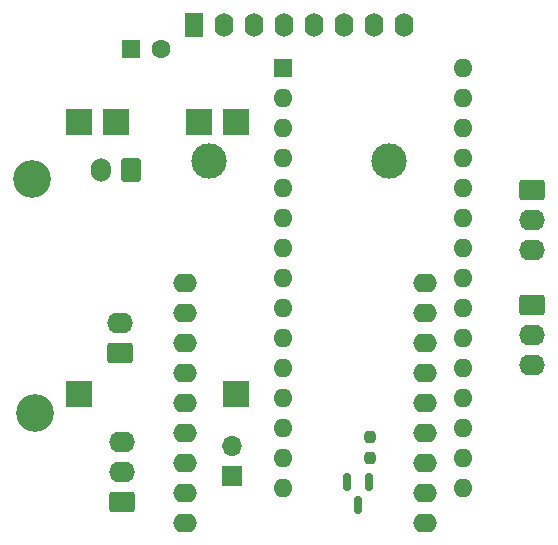
<source format=gbr>
%TF.GenerationSoftware,KiCad,Pcbnew,(6.0.0)*%
%TF.CreationDate,2022-06-18T18:04:24+02:00*%
%TF.ProjectId,boitarire,626f6974-6172-4697-9265-2e6b69636164,rev?*%
%TF.SameCoordinates,Original*%
%TF.FileFunction,Soldermask,Top*%
%TF.FilePolarity,Negative*%
%FSLAX46Y46*%
G04 Gerber Fmt 4.6, Leading zero omitted, Abs format (unit mm)*
G04 Created by KiCad (PCBNEW (6.0.0)) date 2022-06-18 18:04:24*
%MOMM*%
%LPD*%
G01*
G04 APERTURE LIST*
G04 Aperture macros list*
%AMRoundRect*
0 Rectangle with rounded corners*
0 $1 Rounding radius*
0 $2 $3 $4 $5 $6 $7 $8 $9 X,Y pos of 4 corners*
0 Add a 4 corners polygon primitive as box body*
4,1,4,$2,$3,$4,$5,$6,$7,$8,$9,$2,$3,0*
0 Add four circle primitives for the rounded corners*
1,1,$1+$1,$2,$3*
1,1,$1+$1,$4,$5*
1,1,$1+$1,$6,$7*
1,1,$1+$1,$8,$9*
0 Add four rect primitives between the rounded corners*
20,1,$1+$1,$2,$3,$4,$5,0*
20,1,$1+$1,$4,$5,$6,$7,0*
20,1,$1+$1,$6,$7,$8,$9,0*
20,1,$1+$1,$8,$9,$2,$3,0*%
G04 Aperture macros list end*
%ADD10C,3.000000*%
%ADD11R,1.600000X2.000000*%
%ADD12O,1.600000X2.000000*%
%ADD13R,2.250000X2.250000*%
%ADD14C,3.200000*%
%ADD15RoundRect,0.237500X-0.237500X0.250000X-0.237500X-0.250000X0.237500X-0.250000X0.237500X0.250000X0*%
%ADD16RoundRect,0.150000X-0.150000X0.587500X-0.150000X-0.587500X0.150000X-0.587500X0.150000X0.587500X0*%
%ADD17R,1.700000X1.700000*%
%ADD18O,1.700000X1.700000*%
%ADD19R,1.600000X1.600000*%
%ADD20O,1.600000X1.600000*%
%ADD21RoundRect,0.250000X-0.845000X0.620000X-0.845000X-0.620000X0.845000X-0.620000X0.845000X0.620000X0*%
%ADD22O,2.190000X1.740000*%
%ADD23RoundRect,0.250000X0.845000X-0.620000X0.845000X0.620000X-0.845000X0.620000X-0.845000X-0.620000X0*%
%ADD24RoundRect,0.250000X0.600000X0.750000X-0.600000X0.750000X-0.600000X-0.750000X0.600000X-0.750000X0*%
%ADD25O,1.700000X2.000000*%
%ADD26C,1.600000*%
%ADD27O,2.000000X1.600000*%
G04 APERTURE END LIST*
D10*
%TO.C,U1*%
X155880000Y-57625000D03*
X171120000Y-57625000D03*
D11*
X154610000Y-46125000D03*
D12*
X157150000Y-46125000D03*
X159690000Y-46125000D03*
X162230000Y-46125000D03*
X164770000Y-46125000D03*
X167310000Y-46125000D03*
X169850000Y-46125000D03*
X172390000Y-46125000D03*
%TD*%
D13*
%TO.C,U2*%
X144850000Y-77350000D03*
X158150000Y-77350000D03*
X148000000Y-54350000D03*
X155000000Y-54350000D03*
X144850000Y-54350000D03*
X158150000Y-54350000D03*
%TD*%
D14*
%TO.C,H2*%
X141100000Y-79000000D03*
%TD*%
D15*
%TO.C,R1*%
X169500000Y-80987500D03*
X169500000Y-82812500D03*
%TD*%
D16*
%TO.C,Q1*%
X169450000Y-84862500D03*
X167550000Y-84862500D03*
X168500000Y-86737500D03*
%TD*%
D17*
%TO.C,SW1*%
X157800000Y-84300000D03*
D18*
X157800000Y-81760000D03*
%TD*%
D14*
%TO.C,H3*%
X140900000Y-59200000D03*
%TD*%
D19*
%TO.C,A1*%
X162140000Y-49750000D03*
D20*
X162140000Y-52290000D03*
X162140000Y-54830000D03*
X162140000Y-57370000D03*
X162140000Y-59910000D03*
X162140000Y-62450000D03*
X162140000Y-64990000D03*
X162140000Y-67530000D03*
X162140000Y-70070000D03*
X162140000Y-72610000D03*
X162140000Y-75150000D03*
X162140000Y-77690000D03*
X162140000Y-80230000D03*
X162140000Y-82770000D03*
X162140000Y-85310000D03*
X177380000Y-85310000D03*
X177380000Y-82770000D03*
X177380000Y-80230000D03*
X177380000Y-77690000D03*
X177380000Y-75150000D03*
X177380000Y-72610000D03*
X177380000Y-70070000D03*
X177380000Y-67530000D03*
X177380000Y-64990000D03*
X177380000Y-62450000D03*
X177380000Y-59910000D03*
X177380000Y-57370000D03*
X177380000Y-54830000D03*
X177380000Y-52290000D03*
X177380000Y-49750000D03*
%TD*%
D21*
%TO.C,J4*%
X183200000Y-69870000D03*
D22*
X183200000Y-72410000D03*
X183200000Y-74950000D03*
%TD*%
D23*
%TO.C,J3*%
X148300000Y-73900000D03*
D22*
X148300000Y-71360000D03*
%TD*%
D24*
%TO.C,J1*%
X149250000Y-58450000D03*
D25*
X146750000Y-58450000D03*
%TD*%
D23*
%TO.C,J2*%
X148500000Y-86500000D03*
D22*
X148500000Y-83960000D03*
X148500000Y-81420000D03*
%TD*%
D21*
%TO.C,J5*%
X183200000Y-60120000D03*
D22*
X183200000Y-62660000D03*
X183200000Y-65200000D03*
%TD*%
D19*
%TO.C,C1*%
X149294888Y-48200000D03*
D26*
X151794888Y-48200000D03*
%TD*%
D27*
%TO.C,U3*%
X174160000Y-67940000D03*
X174160000Y-70480000D03*
X174160000Y-73020000D03*
X174160000Y-75560000D03*
X174160000Y-78100000D03*
X174160000Y-80640000D03*
X174160000Y-83180000D03*
X174160000Y-85720000D03*
X174160000Y-88260000D03*
X153840000Y-88260000D03*
X153840000Y-85720000D03*
X153840000Y-83180000D03*
X153840000Y-80640000D03*
X153840000Y-78100000D03*
X153840000Y-75560000D03*
X153840000Y-73020000D03*
X153840000Y-70480000D03*
X153840000Y-67940000D03*
%TD*%
M02*

</source>
